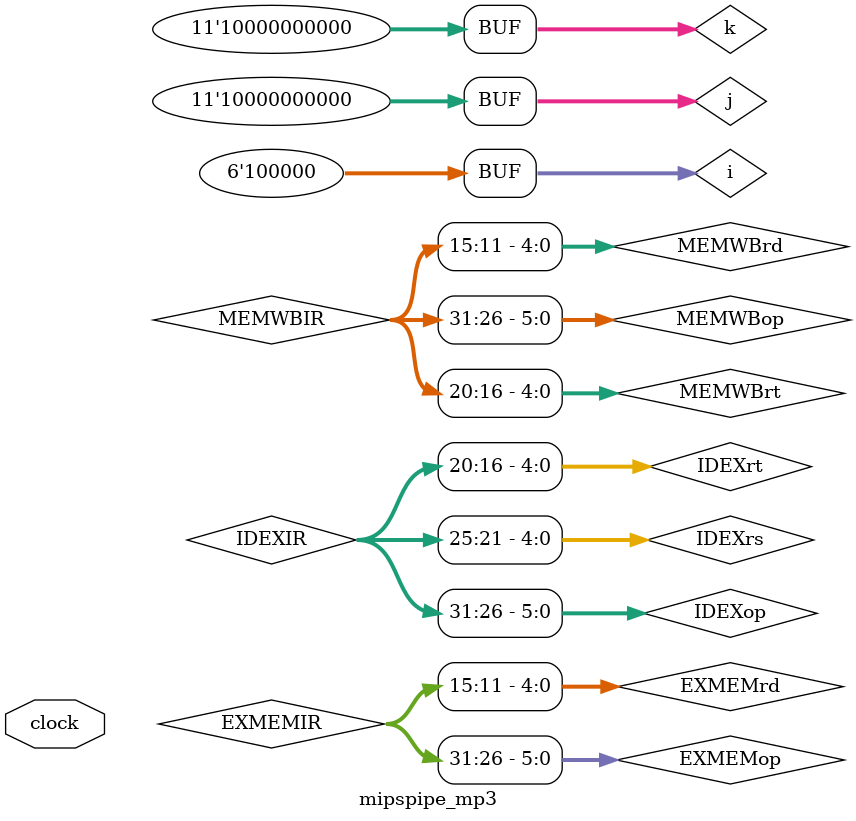
<source format=v>
module mipspipe_mp3 (clock);
  
  // in_out
  input clock;

  // Instruction opcodes
  parameter LW = 6'b100011, SW = 6'b101011, BEQ = 6'b000100, nop = 32'b00000_100000, ALUop = 6'b0;
  reg [31:0] PC, Regs[0:31], IMemory[0:1023], DMemory[0:1023], // instruction and data memories
             IFIDIR, IDEXA, IDEXB, IDEXIR, EXMEMIR, EXMEMB, // pipeline latches
             EXMEMALUOut, MEMWBValue, MEMWBIR;

  wire [4:0] IDEXrs, IDEXrt, EXMEMrd, MEMWBrd, MEMWBrt; // hold register fields
  wire [5:0] EXMEMop, MEMWBop, IDEXop; // hold opcodes
  wire [31:0] Ain, Bin; // ALU inputs

  // declare the bypass signals
  wire bypassAfromMEM, bypassAfromALUinWB, bypassBfromMEM, bypassBfromALUinWB, bypassAfromLWinWB, 	   bypassBfromLWinWB;

   // Define fields of pipeline latches
   assign IDEXrs = IDEXIR[25:21]; // rs field
   assign IDEXrt = IDEXIR[20:16]; // rt field CHANGED 20:16
   assign EXMEMrd = EXMEMIR[15:11]; // rd field
   assign MEMWBrd = MEMWBIR[15:11]; // rd field CHANGED 15:11
   assign MEMWBrt = MEMWBIR[20:16]; // rt field -- for loads CHANGED 20:16
   assign EXMEMop = EXMEMIR[31:26]; // opcode
   assign MEMWBop = MEMWBIR[31:26]; // opcode
   assign IDEXop = IDEXIR[31:26]; // opcode


  // The bypass to input A from the MEM stage for an ALU operation
  assign bypassAfromMEM = (IDEXrs == EXMEMrd) & (IDEXrs!=0) & (EXMEMop==ALUop);
  // The bypass to input B from the MEM stage for an ALU operation
  assign bypassBfromMEM = (IDEXrt == EXMEMrd)&(IDEXrt!=0) & (EXMEMop==ALUop);
  // The bypass to input A from the WB stage for an ALU operation
  assign bypassAfromALUinWB = (IDEXrs == MEMWBrd) & (IDEXrs!=0) & (MEMWBop==ALUop);
  // The bypass to input B from the WB stage for an ALU operation
  assign bypassBfromALUinWB = (IDEXrt == MEMWBrd) & (IDEXrt != 0) & (MEMWBop == ALUop); 
  // The bypass to input A from the WB stage for an LW operation
  assign bypassAfromLWinWB = (IDEXrs == MEMWBIR[20:16]) & (IDEXrs!=0) & (MEMWBop==LW);
  // The bypass to input B from the WB stage for an LW operation
  assign bypassBfromLWinWB = (IDEXrt == MEMWBIR[20:16]) & (IDEXrt!=0) & (MEMWBop==LW);

  // The A input to the ALU is bypassed from MEM if there is a bypass there,
  // Otherwise from WB if there is a bypass there, and otherwise comes from the IDEX register
  assign Ain = bypassAfromMEM? EXMEMALUOut : (bypassAfromALUinWB | bypassAfromLWinWB)? MEMWBValue : IDEXA;

  // The B input to the ALU is bypassed from MEM if there is a bypass there,
  // Otherwise from WB if there is a bypass there, and otherwise comes from the IDEX register
  assign Bin = bypassBfromMEM? EXMEMALUOut : (bypassBfromALUinWB | bypassBfromLWinWB)? MEMWBValue : IDEXB;


  reg [5:0] i; // used to initialize latches
  reg [10:0] j,k; // used to initialize memories
  
  initial begin
    PC = 0;
    IFIDIR = nop; 
    IDEXIR = nop; 
    EXMEMIR = nop; 
    MEMWBIR = nop; // no-ops in pipeline latches
  
    for (i = 0;i<=31;i = i+1) Regs[i] = i; // initialize latches
  
    IMemory[0] = 32'h00412820;
    IMemory[1] = 32'h8ca30004;
    IMemory[2] = 32'haca70005;
    IMemory[3] = 32'h00602020;
    IMemory[4] = 32'h01093020;
    IMemory[5] = 32'hac06000c;  
    IMemory[6] = 32'h00c05020;
    IMemory[7] = 32'h8c0b0010;
    IMemory[8] = 32'h00000020;  
    IMemory[9] = 32'h002b6020;/**/
    
    for (j=10; j<=1023; j=j+1) IMemory[j] = nop;
    
    DMemory[0] = 32'h00000000;
    DMemory[1] = 32'hffffffff;
    DMemory[2] = 32'h00000000;
    DMemory[3] = 32'h00000000;
    DMemory[4] = 32'hfffffffe;
    for (k=5; k<=1023; k=k+1) DMemory[k] = 0;
  end

  always @ (posedge clock) 
  begin
    
	// FETCH: Fetch instruction & update PC
    IFIDIR <= IMemory[PC>>2];
    PC <= PC + 4;

    // DECODE: Read registers
    IDEXA <= Regs[IFIDIR[25:21]]; 
    IDEXB <= Regs[IFIDIR[20:16]];
    IDEXIR <= IFIDIR; 

    // EX: Address calculation or ALU operation
    if ((IDEXop==LW) |(IDEXop==SW)) // address calculation & copy B
       EXMEMALUOut <= Ain +{{16{IDEXIR[15]}}, IDEXIR[15:0]};
    else if (IDEXop==ALUop) begin
       case (IDEXIR[5:0]) // R-type instruction
         32: EXMEMALUOut <= Ain + Bin; // add operation
         default: ; // other R-type operations: subtract, SLT, etc.
       endcase
    end
   
    EXMEMIR <= IDEXIR; 
    EXMEMB <= Bin; // pass along the IR & B register
   
    // MEM
    if (EXMEMop==ALUop) MEMWBValue <= EXMEMALUOut; // pass along ALU result
    else if (EXMEMop == LW) MEMWBValue <= DMemory[EXMEMALUOut>>2];
    else if (EXMEMop == SW) DMemory[EXMEMALUOut>>2] <=EXMEMB; // store
   
    MEMWBIR <= EXMEMIR; // pass along IR
   
    // WB 
    if ((MEMWBop==ALUop) & (MEMWBrd != 0)) // update latches if ALU operation and destination not 0
    Regs[MEMWBrd] <= MEMWBValue; // ALU operation
    else if ((MEMWBop == LW)& (MEMWBrt != 0)) // Update latches if load and destination not 0
    Regs[MEMWBrt] <= MEMWBValue;
  end

endmodule


</source>
